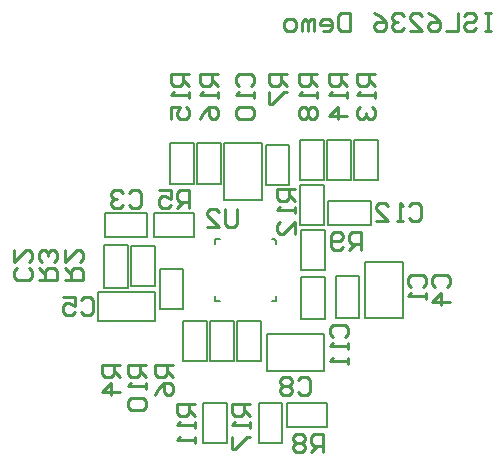
<source format=gbo>
G04*
G04 #@! TF.GenerationSoftware,Altium Limited,Altium Designer,23.8.1 (32)*
G04*
G04 Layer_Color=32896*
%FSLAX44Y44*%
%MOMM*%
G71*
G04*
G04 #@! TF.SameCoordinates,A0AAC8ED-579F-4978-B833-FADF31FD8843*
G04*
G04*
G04 #@! TF.FilePolarity,Positive*
G04*
G01*
G75*
%ADD10C,0.2000*%
%ADD11C,0.2540*%
D10*
X276000Y272000D02*
Y274000D01*
Y224000D02*
Y228000D01*
X272000Y224000D02*
X276000D01*
X224000D02*
X228000D01*
X224000D02*
Y228000D01*
Y272000D02*
Y276000D01*
X228000D01*
X272000D02*
X274000D01*
X276000Y274000D01*
X316000Y288000D02*
Y322000D01*
X296000Y288000D02*
X316000D01*
X296000D02*
Y322000D01*
X316000D01*
X125000Y207000D02*
Y231000D01*
Y207000D02*
X173000D01*
X125000Y231000D02*
X173000D01*
Y207000D02*
Y231000D01*
X177000Y251000D02*
X197000D01*
X177000Y217000D02*
Y251000D01*
X197000Y217000D02*
Y251000D01*
X177000Y217000D02*
X197000D01*
X153000Y236000D02*
X173000D01*
Y270000D01*
X153000Y236000D02*
Y270000D01*
X173000D01*
X150000Y244000D02*
Y271000D01*
X130000Y271000D02*
X150000D01*
X130000Y235000D02*
Y271000D01*
X150000Y235000D02*
Y244000D01*
X130000Y235000D02*
X150000D01*
X139500Y278000D02*
X166500D01*
X166500D02*
Y298000D01*
X130500D02*
X166500D01*
X130500Y278000D02*
X139500D01*
X130500D02*
Y298000D01*
X206000Y278000D02*
Y298000D01*
X172000D02*
X206000D01*
X172000Y278000D02*
Y298000D01*
Y278000D02*
X206000D01*
X197000Y173000D02*
X217000D01*
Y207000D01*
X197000D02*
X217000D01*
X197000Y173000D02*
Y207000D01*
X220000D02*
X240000D01*
X220000Y173000D02*
Y207000D01*
X240000Y173000D02*
Y207000D01*
X220000Y173000D02*
X240000D01*
X243000D02*
X263000D01*
Y207000D01*
X243000D02*
X263000D01*
X243000Y173000D02*
Y207000D01*
X320000Y288000D02*
X356000D01*
X320000Y308000D02*
X347000D01*
X356000D01*
Y288000D02*
Y308000D01*
X320000Y288000D02*
Y308000D01*
X297000Y250000D02*
X317000D01*
Y284000D01*
X297000Y250000D02*
Y284000D01*
X317000D01*
X297000Y208000D02*
Y244000D01*
X317000Y217000D02*
Y244000D01*
Y208000D02*
Y217000D01*
X297000Y208000D02*
X317000D01*
X297000Y244000D02*
X317000D01*
X268000Y164000D02*
X316000D01*
X268000D02*
Y196000D01*
X316000D01*
Y164000D02*
Y196000D01*
X346000Y218000D02*
Y245000D01*
X326000D02*
X346000D01*
X326000Y209000D02*
Y245000D01*
X346000Y209000D02*
Y218000D01*
X326000Y209000D02*
X346000D01*
X383000D02*
Y257000D01*
X351000Y209000D02*
X383000D01*
X351000D02*
Y257000D01*
X383000D01*
X214000Y137000D02*
X234000D01*
X214000Y103000D02*
Y137000D01*
Y103000D02*
X234000D01*
Y137000D01*
X261000Y103000D02*
Y137000D01*
X281000D01*
Y103000D02*
Y137000D01*
X261000Y103000D02*
X281000D01*
X285000Y137000D02*
X319000D01*
Y117000D02*
Y137000D01*
X285000Y117000D02*
X319000D01*
X285000D02*
Y137000D01*
X342000Y326000D02*
X362000D01*
Y360000D01*
X342000Y326000D02*
Y360000D01*
X362000D01*
X319000Y326000D02*
Y360000D01*
X339000D01*
Y326000D02*
Y360000D01*
X319000Y326000D02*
X339000D01*
X316000D02*
Y360000D01*
X296000Y326000D02*
X316000D01*
X296000D02*
Y360000D01*
X316000D01*
X267000Y322000D02*
X287000D01*
Y356000D01*
X267000D02*
X287000D01*
X267000Y322000D02*
Y356000D01*
X232000Y309000D02*
Y357000D01*
X264000D01*
Y309000D02*
Y357000D01*
X232000Y309000D02*
X264000D01*
X209000Y323000D02*
X229000D01*
Y357000D01*
X209000Y323000D02*
Y357000D01*
X229000D01*
X186000Y323000D02*
X206000D01*
Y357000D01*
X186000Y323000D02*
Y357000D01*
X206000D01*
D11*
X457460Y467775D02*
X452382D01*
X454921D01*
Y452540D01*
X457460D01*
X452382D01*
X434607Y465236D02*
X437147Y467775D01*
X442225D01*
X444764Y465236D01*
Y462697D01*
X442225Y460158D01*
X437147D01*
X434607Y457618D01*
Y455079D01*
X437147Y452540D01*
X442225D01*
X444764Y455079D01*
X429529Y467775D02*
Y452540D01*
X419372D01*
X404137Y467775D02*
X409216Y465236D01*
X414294Y460158D01*
Y455079D01*
X411755Y452540D01*
X406676D01*
X404137Y455079D01*
Y457618D01*
X406676Y460158D01*
X414294D01*
X388902Y452540D02*
X399059D01*
X388902Y462697D01*
Y465236D01*
X391441Y467775D01*
X396520D01*
X399059Y465236D01*
X383824D02*
X381285Y467775D01*
X376206D01*
X373667Y465236D01*
Y462697D01*
X376206Y460158D01*
X378745D01*
X376206D01*
X373667Y457618D01*
Y455079D01*
X376206Y452540D01*
X381285D01*
X383824Y455079D01*
X358432Y467775D02*
X363510Y465236D01*
X368589Y460158D01*
Y455079D01*
X366050Y452540D01*
X360971D01*
X358432Y455079D01*
Y457618D01*
X360971Y460158D01*
X368589D01*
X338119Y467775D02*
Y452540D01*
X330501D01*
X327962Y455079D01*
Y465236D01*
X330501Y467775D01*
X338119D01*
X315266Y452540D02*
X320344D01*
X322883Y455079D01*
Y460158D01*
X320344Y462697D01*
X315266D01*
X312727Y460158D01*
Y457618D01*
X322883D01*
X307649Y452540D02*
Y462697D01*
X305109D01*
X302570Y460158D01*
Y452540D01*
Y460158D01*
X300031Y462697D01*
X297492Y460158D01*
Y452540D01*
X289874D02*
X284796D01*
X282257Y455079D01*
Y460158D01*
X284796Y462697D01*
X289874D01*
X292413Y460158D01*
Y455079D01*
X289874Y452540D01*
X310618Y416044D02*
X295382D01*
Y408426D01*
X297922Y405887D01*
X303000D01*
X305539Y408426D01*
Y416044D01*
Y410965D02*
X310618Y405887D01*
Y400809D02*
Y395730D01*
Y398270D01*
X295382D01*
X297922Y400809D01*
Y388113D02*
X295382Y385574D01*
Y380495D01*
X297922Y377956D01*
X300461D01*
X303000Y380495D01*
X305539Y377956D01*
X308078D01*
X310618Y380495D01*
Y385574D01*
X308078Y388113D01*
X305539D01*
X303000Y385574D01*
X300461Y388113D01*
X297922D01*
X303000Y385574D02*
Y380495D01*
X253617Y136044D02*
X238382D01*
Y128426D01*
X240922Y125887D01*
X246000D01*
X248539Y128426D01*
Y136044D01*
Y130965D02*
X253617Y125887D01*
Y120809D02*
Y115730D01*
Y118270D01*
X238382D01*
X240922Y120809D01*
X238382Y108113D02*
Y97956D01*
X240922D01*
X251078Y108113D01*
X253617D01*
X335617Y416044D02*
X320382D01*
Y408426D01*
X322922Y405887D01*
X328000D01*
X330539Y408426D01*
Y416044D01*
Y410965D02*
X335617Y405887D01*
Y400809D02*
Y395730D01*
Y398270D01*
X320382D01*
X322922Y400809D01*
X335617Y380495D02*
X320382D01*
X328000Y388113D01*
Y377956D01*
X291618Y318044D02*
X276383D01*
Y310426D01*
X278922Y307887D01*
X284000D01*
X286539Y310426D01*
Y318044D01*
Y312966D02*
X291618Y307887D01*
Y302809D02*
Y297730D01*
Y300270D01*
X276383D01*
X278922Y302809D01*
X291618Y279956D02*
Y290113D01*
X281461Y279956D01*
X278922D01*
X276383Y282495D01*
Y287574D01*
X278922Y290113D01*
X315696Y95382D02*
Y110618D01*
X308078D01*
X305539Y108078D01*
Y103000D01*
X308078Y100461D01*
X315696D01*
X310618D02*
X305539Y95382D01*
X300461Y108078D02*
X297922Y110618D01*
X292843D01*
X290304Y108078D01*
Y105539D01*
X292843Y103000D01*
X290304Y100461D01*
Y97922D01*
X292843Y95382D01*
X297922D01*
X300461Y97922D01*
Y100461D01*
X297922Y103000D01*
X300461Y105539D01*
Y108078D01*
X297922Y103000D02*
X292843D01*
X409922Y235539D02*
X407382Y238078D01*
Y243157D01*
X409922Y245696D01*
X420078D01*
X422617Y243157D01*
Y238078D01*
X420078Y235539D01*
X422617Y222843D02*
X407382D01*
X415000Y230461D01*
Y220304D01*
X242696Y301618D02*
Y288922D01*
X240157Y286383D01*
X235078D01*
X232539Y288922D01*
Y301618D01*
X217304Y286383D02*
X227461D01*
X217304Y296539D01*
Y299078D01*
X219843Y301618D01*
X224922D01*
X227461Y299078D01*
X226618Y416044D02*
X211382D01*
Y408426D01*
X213922Y405887D01*
X219000D01*
X221539Y408426D01*
Y416044D01*
Y410965D02*
X226618Y405887D01*
Y400809D02*
Y395730D01*
Y398270D01*
X211382D01*
X213922Y400809D01*
X211382Y377956D02*
X213922Y383035D01*
X219000Y388113D01*
X224078D01*
X226618Y385574D01*
Y380495D01*
X224078Y377956D01*
X221539D01*
X219000Y380495D01*
Y388113D01*
X201618Y416044D02*
X186382D01*
Y408426D01*
X188922Y405887D01*
X194000D01*
X196539Y408426D01*
Y416044D01*
Y410965D02*
X201618Y405887D01*
Y400809D02*
Y395730D01*
Y398270D01*
X186382D01*
X188922Y400809D01*
X186382Y377956D02*
Y388113D01*
X194000D01*
X191461Y383035D01*
Y380495D01*
X194000Y377956D01*
X199078D01*
X201618Y380495D01*
Y385574D01*
X199078Y388113D01*
X359618Y416044D02*
X344382D01*
Y408426D01*
X346922Y405887D01*
X352000D01*
X354539Y408426D01*
Y416044D01*
Y410965D02*
X359618Y405887D01*
Y400809D02*
Y395730D01*
Y398270D01*
X344382D01*
X346922Y400809D01*
Y388113D02*
X344382Y385574D01*
Y380495D01*
X346922Y377956D01*
X349461D01*
X352000Y380495D01*
Y383035D01*
Y380495D01*
X354539Y377956D01*
X357078D01*
X359618Y380495D01*
Y385574D01*
X357078Y388113D01*
X206618Y136505D02*
X191382D01*
Y128887D01*
X193922Y126348D01*
X199000D01*
X201539Y128887D01*
Y136505D01*
Y131426D02*
X206618Y126348D01*
Y121270D02*
Y116191D01*
Y118730D01*
X191382D01*
X193922Y121270D01*
X206618Y108574D02*
Y103495D01*
Y106034D01*
X191382D01*
X193922Y108574D01*
X165618Y169696D02*
X150382D01*
Y162078D01*
X152922Y159539D01*
X158000D01*
X160539Y162078D01*
Y169696D01*
Y164618D02*
X165618Y159539D01*
Y154461D02*
Y149382D01*
Y151922D01*
X150382D01*
X152922Y154461D01*
Y141765D02*
X150382Y139226D01*
Y134147D01*
X152922Y131608D01*
X163078D01*
X165618Y134147D01*
Y139226D01*
X163078Y141765D01*
X152922D01*
X347696Y266383D02*
Y281618D01*
X340078D01*
X337539Y279078D01*
Y274000D01*
X340078Y271461D01*
X347696D01*
X342617D02*
X337539Y266383D01*
X332461Y268922D02*
X329922Y266383D01*
X324843D01*
X322304Y268922D01*
Y279078D01*
X324843Y281618D01*
X329922D01*
X332461Y279078D01*
Y276539D01*
X329922Y274000D01*
X322304D01*
X284618Y416044D02*
X269382D01*
Y408426D01*
X271922Y405887D01*
X277000D01*
X279539Y408426D01*
Y416044D01*
Y410965D02*
X284618Y405887D01*
X269382Y400809D02*
Y390652D01*
X271922D01*
X282078Y400809D01*
X284618D01*
X188617Y169696D02*
X173382D01*
Y162078D01*
X175922Y159539D01*
X181000D01*
X183539Y162078D01*
Y169696D01*
Y164618D02*
X188617Y159539D01*
X173382Y144304D02*
X175922Y149382D01*
X181000Y154461D01*
X186078D01*
X188617Y151922D01*
Y146843D01*
X186078Y144304D01*
X183539D01*
X181000Y146843D01*
Y154461D01*
X201696Y302383D02*
Y317617D01*
X194078D01*
X191539Y315078D01*
Y310000D01*
X194078Y307461D01*
X201696D01*
X196618D02*
X191539Y302383D01*
X176304Y317617D02*
X186461D01*
Y310000D01*
X181383Y312539D01*
X178843D01*
X176304Y310000D01*
Y304922D01*
X178843Y302383D01*
X183922D01*
X186461Y304922D01*
X143617Y169696D02*
X128382D01*
Y162078D01*
X130922Y159539D01*
X136000D01*
X138539Y162078D01*
Y169696D01*
Y164618D02*
X143617Y159539D01*
Y146843D02*
X128382D01*
X136000Y154461D01*
Y144304D01*
X75382Y241304D02*
X90618D01*
Y248922D01*
X88078Y251461D01*
X83000D01*
X80461Y248922D01*
Y241304D01*
Y246383D02*
X75382Y251461D01*
X88078Y256539D02*
X90618Y259078D01*
Y264157D01*
X88078Y266696D01*
X85539D01*
X83000Y264157D01*
Y261618D01*
Y264157D01*
X80461Y266696D01*
X77922D01*
X75382Y264157D01*
Y259078D01*
X77922Y256539D01*
X97382Y241304D02*
X112618D01*
Y248922D01*
X110078Y251461D01*
X105000D01*
X102461Y248922D01*
Y241304D01*
Y246382D02*
X97382Y251461D01*
Y266696D02*
Y256539D01*
X107539Y266696D01*
X110078D01*
X112618Y264157D01*
Y259078D01*
X110078Y256539D01*
X387887Y304078D02*
X390426Y306618D01*
X395505D01*
X398044Y304078D01*
Y293922D01*
X395505Y291383D01*
X390426D01*
X387887Y293922D01*
X382809Y291383D02*
X377730D01*
X380270D01*
Y306618D01*
X382809Y304078D01*
X359956Y291383D02*
X370113D01*
X359956Y301539D01*
Y304078D01*
X362495Y306618D01*
X367574D01*
X370113Y304078D01*
X323922Y193348D02*
X321382Y195887D01*
Y200965D01*
X323922Y203505D01*
X334078D01*
X336618Y200965D01*
Y195887D01*
X334078Y193348D01*
X336618Y188270D02*
Y183191D01*
Y185730D01*
X321382D01*
X323922Y188270D01*
X336618Y175574D02*
Y170495D01*
Y173034D01*
X321382D01*
X323922Y175574D01*
X243922Y405887D02*
X241383Y408426D01*
Y413505D01*
X243922Y416044D01*
X254078D01*
X256618Y413505D01*
Y408426D01*
X254078Y405887D01*
X256618Y400809D02*
Y395730D01*
Y398270D01*
X241383D01*
X243922Y400809D01*
Y388113D02*
X241383Y385574D01*
Y380495D01*
X243922Y377956D01*
X254078D01*
X256618Y380495D01*
Y385574D01*
X254078Y388113D01*
X243922D01*
X294539Y157078D02*
X297078Y159618D01*
X302157D01*
X304696Y157078D01*
Y146922D01*
X302157Y144382D01*
X297078D01*
X294539Y146922D01*
X289461Y157078D02*
X286922Y159618D01*
X281843D01*
X279304Y157078D01*
Y154539D01*
X281843Y152000D01*
X279304Y149461D01*
Y146922D01*
X281843Y144382D01*
X286922D01*
X289461Y146922D01*
Y149461D01*
X286922Y152000D01*
X289461Y154539D01*
Y157078D01*
X286922Y152000D02*
X281843D01*
X110539Y224078D02*
X113078Y226618D01*
X118157D01*
X120696Y224078D01*
Y213922D01*
X118157Y211383D01*
X113078D01*
X110539Y213922D01*
X95304Y226618D02*
X105461D01*
Y219000D01*
X100382Y221539D01*
X97843D01*
X95304Y219000D01*
Y213922D01*
X97843Y211383D01*
X102922D01*
X105461Y213922D01*
X151539Y315078D02*
X154078Y317617D01*
X159157D01*
X161696Y315078D01*
Y304922D01*
X159157Y302383D01*
X154078D01*
X151539Y304922D01*
X146461Y315078D02*
X143922Y317617D01*
X138843D01*
X136304Y315078D01*
Y312539D01*
X138843Y310000D01*
X141383D01*
X138843D01*
X136304Y307461D01*
Y304922D01*
X138843Y302383D01*
X143922D01*
X146461Y304922D01*
X66078Y251461D02*
X68618Y248922D01*
Y243843D01*
X66078Y241304D01*
X55922D01*
X53383Y243843D01*
Y248922D01*
X55922Y251461D01*
X53383Y266696D02*
Y256539D01*
X63539Y266696D01*
X66078D01*
X68618Y264157D01*
Y259078D01*
X66078Y256539D01*
X389922Y235539D02*
X387382Y238078D01*
Y243157D01*
X389922Y245696D01*
X400078D01*
X402617Y243157D01*
Y238078D01*
X400078Y235539D01*
X402617Y230461D02*
Y225382D01*
Y227922D01*
X387382D01*
X389922Y230461D01*
M02*

</source>
